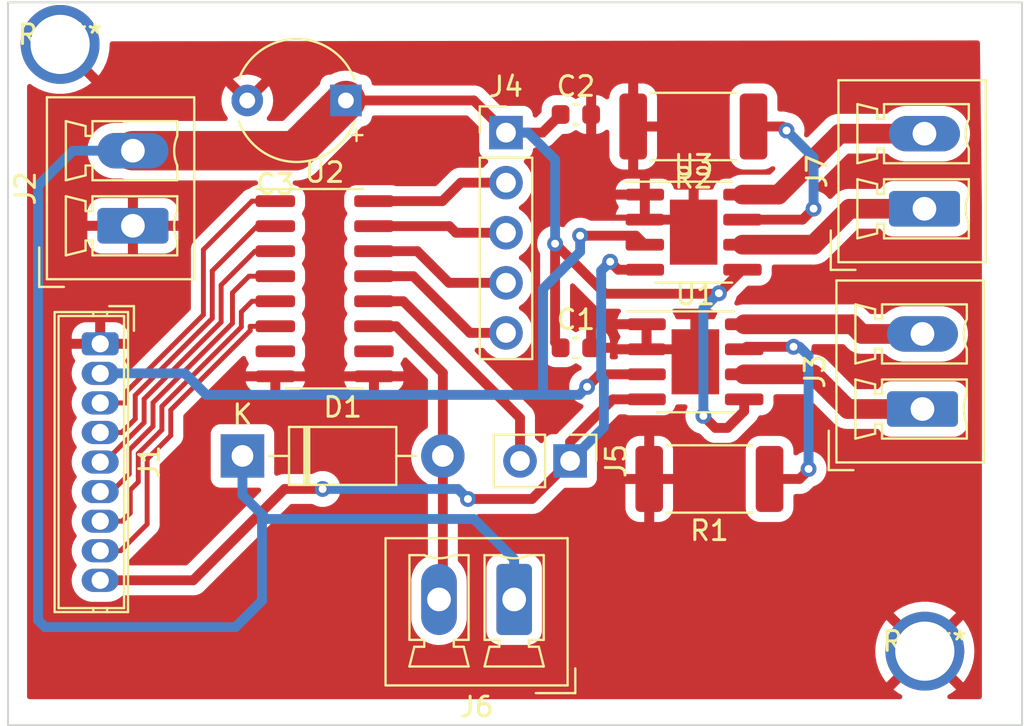
<source format=kicad_pcb>
(kicad_pcb (version 20211014) (generator pcbnew)
  (title_block (title "MINI_BOARD") (date "2022-11-27"))
  (layers (0 "F.Cu" signal) (31 "B.Cu" signal) (34 "B.Paste" user) (35 "F.Paste" user) (36 "B.SilkS" user "B.Silkscreen") (37 "F.SilkS" user "F.Silkscreen") (38 "B.Mask" user) (39 "F.Mask" user) (44 "Edge.Cuts" user))
  (net 0 "")
  (net 1 "Net-(R2-Pad1)")
  (net 2 "GND")
  (net 3 "Net-(R1-Pad1)")
  (net 4 "/P1")
  (net 5 "/P2")
  (net 6 "/P3")
  (net 7 "/P4")
  (net 8 "/P5")
  (net 9 "/P6")
  (net 12 "Net-(D1-Pad2)")
  (net 13 "Net-(J5-Pad2)")
  (net 14 "Net-(J4-Pad5)")
  (net 15 "Net-(J4-Pad4)")
  (net 16 "Net-(J4-Pad3)")
  (net 17 "Net-(J4-Pad2)")
  (net 18 "Net-(J1-Pad2)")
  (net 19 "VCC")
  (net 20 "VDD")
  (net 21 "Net-(J3-Pad1)")
  (net 22 "Net-(J3-Pad2)")
  (net 23 "Net-(J7-Pad1)")
  (net 24 "Net-(J7-Pad2)")
  (footprint "Resistor_SMD:R_2512_6332Metric_Pad1.40x3.35mm_HandSolder" (layer "F.Cu") (at 144.0688 96.012 180)
    (fp_text reference "R2" (at 0 -2.62) (layer "F.SilkS"))
    (fp_text value "0.25")
    (fp_line (start -2.177064 -1.71) (end 2.177064 -1.71) (layer "F.SilkS") (width 0.12))
    (fp_line (start -2.177064 1.71) (end 2.177064 1.71) (layer "F.SilkS") (width 0.12))
    (pad "1" smd roundrect (at -3.05 0 180) (size 1.4 3.35) (layers "F.Cu" "F.Paste" "F.Mask") (roundrect_rratio 0.178571) (net 1 "Net-(R2-Pad1)"))
    (pad "2" smd roundrect (at 3.05 0 180) (size 1.4 3.35) (layers "F.Cu" "F.Paste" "F.Mask") (roundrect_rratio 0.178571) (net 2 "GND"))
  )
  (footprint "Resistor_SMD:R_2512_6332Metric_Pad1.40x3.35mm_HandSolder" (layer "F.Cu") (at 144.8816 113.8936 180)
    (fp_text reference "R1" (at 0 -2.62) (layer "F.SilkS"))
    (fp_text value "0.25")
    (fp_line (start -2.177064 1.71) (end 2.177064 1.71) (layer "F.SilkS") (width 0.12))
    (fp_line (start -2.177064 -1.71) (end 2.177064 -1.71) (layer "F.SilkS") (width 0.12))
    (pad "1" smd roundrect (at -3.05 0 180) (size 1.4 3.35) (layers "F.Cu" "F.Paste" "F.Mask") (roundrect_rratio 0.178571) (net 3 "Net-(R1-Pad1)"))
    (pad "2" smd roundrect (at 3.05 0 180) (size 1.4 3.35) (layers "F.Cu" "F.Paste" "F.Mask") (roundrect_rratio 0.178571) (net 2 "GND"))
  )
  (footprint "Connector_Phoenix_MC:PhoenixContact_MCV_1,5_2-G-3.81_1x02_P3.81mm_Vertical" (layer "F.Cu") (at 155.7857 100.1855 90)
    (fp_text reference "J7" (at 1.9 -5.45 90) (layer "F.SilkS"))
    (fp_text value "Conn_01x02")
    (fp_line (start 2.31 -3.4) (end 5.31 -3.4) (layer "F.SilkS") (width 0.12))
    (fp_line (start -0.75 -2.4) (end -1.25 -2.4) (layer "F.SilkS") (width 0.12))
    (fp_line (start 6.52 3.11) (end 6.52 -4.36) (layer "F.SilkS") (width 0.12))
    (fp_line (start 4.56 -2.4) (end 4.56 -2.05) (layer "F.SilkS") (width 0.12))
    (fp_line (start 0.75 -2.4) (end 0.75 -2.05) (layer "F.SilkS") (width 0.12))
    (fp_line (start 2.56 -2.4) (end 2.31 -3.4) (layer "F.SilkS") (width 0.12))
    (fp_line (start 3.06 2.25) (end 2.31 2.25) (layer "F.SilkS") (width 0.12))
    (fp_line (start 1.5 -2.05) (end 1.5 2.25) (layer "F.SilkS") (width 0.12))
    (fp_line (start 5.31 -3.4) (end 5.06 -2.4) (layer "F.SilkS") (width 0.12))
    (fp_line (start -1.5 -2.05) (end -0.75 -2.05) (layer "F.SilkS") (width 0.12))
    (fp_line (start 2.31 -2.05) (end 3.06 -2.05) (layer "F.SilkS") (width 0.12))
    (fp_line (start 1.5 -3.4) (end 1.25 -2.4) (layer "F.SilkS") (width 0.12))
    (fp_line (start -2.71 -4.36) (end -2.71 3.11) (layer "F.SilkS") (width 0.12))
    (fp_line (start 0.75 -2.05) (end 1.5 -2.05) (layer "F.SilkS") (width 0.12))
    (fp_line (start -2.71 3.11) (end 6.52 3.11) (layer "F.SilkS") (width 0.12))
    (fp_line (start 5.31 2.25) (end 4.56 2.25) (layer "F.SilkS") (width 0.12))
    (fp_line (start -3.1 -3.5) (end -3.1 -4.75) (layer "F.SilkS") (width 0.12))
    (fp_line (start 3.06 -2.4) (end 2.56 -2.4) (layer "F.SilkS") (width 0.12))
    (fp_line (start -3.1 -4.75) (end -1.1 -4.75) (layer "F.SilkS") (width 0.12))
    (fp_line (start 6.52 -4.36) (end -2.71 -4.36) (layer "F.SilkS") (width 0.12))
    (fp_line (start 1.25 -2.4) (end 0.75 -2.4) (layer "F.SilkS") (width 0.12))
    (fp_line (start 3.06 -2.05) (end 3.06 -2.4) (layer "F.SilkS") (width 0.12))
    (fp_line (start 5.06 -2.4) (end 4.56 -2.4) (layer "F.SilkS") (width 0.12))
    (fp_line (start -1.5 2.25) (end -1.5 -2.05) (layer "F.SilkS") (width 0.12))
    (fp_line (start -0.75 2.25) (end -1.5 2.25) (layer "F.SilkS") (width 0.12))
    (fp_line (start 1.5 2.25) (end 0.75 2.25) (layer "F.SilkS") (width 0.12))
    (fp_line (start 5.31 -2.05) (end 5.31 2.25) (layer "F.SilkS") (width 0.12))
    (fp_line (start -1.25 -2.4) (end -1.5 -3.4) (layer "F.SilkS") (width 0.12))
    (fp_line (start -1.5 -3.4) (end 1.5 -3.4) (layer "F.SilkS") (width 0.12))
    (fp_line (start 2.31 2.25) (end 2.31 -2.05) (layer "F.SilkS") (width 0.12))
    (fp_line (start -0.75 -2.05) (end -0.75 -2.4) (layer "F.SilkS") (width 0.12))
    (fp_line (start 4.56 -2.05) (end 5.31 -2.05) (layer "F.SilkS") (width 0.12))
    (fp_arc (start 3.06 2.25) (mid 3.809807 2.09191) (end 4.559647 2.249844) (layer "F.SilkS") (width 0.12))
    (fp_arc (start -0.75 2.25) (mid -0.000193 2.09191) (end 0.749647 2.249844) (layer "F.SilkS") (width 0.12))
    (pad "1" thru_hole roundrect (at 0 0 90) (size 1.8 3.6) (drill 1.2) (layers *.Cu *.Mask) (roundrect_rratio 0.138889) (net 23 "Net-(J7-Pad1)"))
    (pad "2" thru_hole oval (at 3.81 0 90) (size 1.8 3.6) (drill 1.2) (layers *.Cu *.Mask) (net 24 "Net-(J7-Pad2)"))
  )
  (footprint "Capacitor_SMD:C_0603_1608Metric" (layer "F.Cu") (at 138.1122 107.2388)
    (fp_text reference "C1" (at 0 -1.43) (layer "F.SilkS"))
    (fp_text value "0.1uf")
    (fp_line (start -0.14058 0.51) (end 0.14058 0.51) (layer "F.SilkS") (width 0.12))
    (fp_line (start -0.14058 -0.51) (end 0.14058 -0.51) (layer "F.SilkS") (width 0.12))
    (pad "1" smd roundrect (at -0.775 0) (size 0.9 0.95) (layers "F.Cu" "F.Paste" "F.Mask") (net 20 "VDD"))
    (pad "2" smd roundrect (at 0.775 0) (size 0.9 0.95) (layers "F.Cu" "F.Paste" "F.Mask") (net 2 "GND"))
  )
  (footprint "Connector_Wuerth:Wuerth_WR-WTB_64800911622_1x09_P1.50mm_Vertical" (layer "F.Cu") (at 113.9952 107.0356 -90)
    (fp_text reference "J1" (at 6 -2.5 90) (layer "F.SilkS"))
    (fp_text value "Conn_01x09")
    (fp_line (start -1.41 2.11) (end 13.41 2.11) (layer "F.SilkS") (width 0.12))
    (fp_line (start 13.41 0.35) (end 13.61 0.35) (layer "F.SilkS") (width 0.12))
    (fp_line (start 13.61 2.31) (end 13.61 -1.41) (layer "F.SilkS") (width 0.12))
    (fp_line (start 13.41 -0.35) (end 13.41 0.35) (layer "F.SilkS") (width 0.12))
    (fp_line (start -1.41 -0.35) (end -1.41 0.35) (layer "F.SilkS") (width 0.12))
    (fp_line (start -0.66 -1.71) (end -1.91 -1.71) (layer "F.SilkS") (width 0.12))
    (fp_line (start 13.41 -0.35) (end 13.61 -0.35) (layer "F.SilkS") (width 0.12))
    (fp_line (start -1.91 -1.71) (end -1.91 -0.46) (layer "F.SilkS") (width 0.12))
    (fp_line (start 13.61 -1.41) (end -1.61 -1.41) (layer "F.SilkS") (width 0.12))
    (fp_line (start -1.61 -1.41) (end -1.61 2.31) (layer "F.SilkS") (width 0.12))
    (fp_line (start -1.41 -1.21) (end 13.41 -1.21) (layer "F.SilkS") (width 0.12))
    (fp_line (start 13.41 -1.21) (end 13.41 -0.35) (layer "F.SilkS") (width 0.12))
    (fp_line (start -1.61 2.31) (end 13.61 2.31) (layer "F.SilkS") (width 0.12))
    (fp_line (start -1.41 0.35) (end -1.41 2.11) (layer "F.SilkS") (width 0.12))
    (fp_line (start 13.41 2.11) (end 13.41 0.35) (layer "F.SilkS") (width 0.12))
    (fp_line (start -1.41 -0.35) (end -1.41 -1.21) (layer "F.SilkS") (width 0.12))
    (fp_line (start -1.61 -0.35) (end -1.41 -0.35) (layer "F.SilkS") (width 0.12))
    (fp_line (start -1.41 0.35) (end -1.61 0.35) (layer "F.SilkS") (width 0.12))
    (pad "1" thru_hole roundrect (at 0 0 270) (size 1.17 1.87) (drill 0.87) (layers *.Cu *.Mask) (roundrect_rratio 0.213675) (net 2 "GND"))
    (pad "2" thru_hole oval (at 1.5 0 270) (size 1.17 1.87) (drill 0.87) (layers *.Cu *.Mask) (net 18 "Net-(J1-Pad2)"))
    (pad "3" thru_hole oval (at 3 0 270) (size 1.17 1.87) (drill 0.87) (layers *.Cu *.Mask) (net 4 "/P1"))
    (pad "4" thru_hole oval (at 4.5 0 270) (size 1.17 1.87) (drill 0.87) (layers *.Cu *.Mask) (net 5 "/P2"))
    (pad "5" thru_hole oval (at 6 0 270) (size 1.17 1.87) (drill 0.87) (layers *.Cu *.Mask) (net 6 "/P3"))
    (pad "6" thru_hole oval (at 7.5 0 270) (size 1.17 1.87) (drill 0.87) (layers *.Cu *.Mask) (net 7 "/P4"))
    (pad "7" thru_hole oval (at 9 0 270) (size 1.17 1.87) (drill 0.87) (layers *.Cu *.Mask) (net 8 "/P5"))
    (pad "8" thru_hole oval (at 10.5 0 270) (size 1.17 1.87) (drill 0.87) (layers *.Cu *.Mask) (net 9 "/P6"))
    (pad "9" thru_hole oval (at 12 0 270) (size 1.17 1.87) (drill 0.87) (layers *.Cu *.Mask) (net 19 "VCC"))
  )
  (footprint "Library:Hole" (layer "F.Cu") (at 111.9632 91.8464)
    (fp_text reference "REF**" (at 0 -0.5 unlocked) (layer "F.SilkS"))
    (fp_text value "Hole")
    (pad "1" thru_hole circle (at 0 0) (size 4 4) (drill 3) (layers *.Cu *.Mask) (net 2 "GND"))
  )
  (footprint "Capacitor_SMD:C_0603_1608Metric" (layer "F.Cu") (at 138.1122 95.4024)
    (fp_text reference "C2" (at 0 -1.43) (layer "F.SilkS"))
    (fp_text value "0.1uf")
    (fp_line (start -0.14058 0.51) (end 0.14058 0.51) (layer "F.SilkS") (width 0.12))
    (fp_line (start -0.14058 -0.51) (end 0.14058 -0.51) (layer "F.SilkS") (width 0.12))
    (pad "1" smd roundrect (at -0.775 0) (size 0.9 0.95) (layers "F.Cu" "F.Paste" "F.Mask") (net 20 "VDD"))
    (pad "2" smd roundrect (at 0.775 0) (size 0.9 0.95) (layers "F.Cu" "F.Paste" "F.Mask") (net 2 "GND"))
  )
  (footprint "Connector_Phoenix_MC:PhoenixContact_MCV_1,5_2-G-3.81_1x02_P3.81mm_Vertical" (layer "F.Cu") (at 115.6537 101.0491 90)
    (fp_text reference "J2" (at 1.9 -5.45 90) (layer "F.SilkS"))
    (fp_text value "Conn_01x02")
    (fp_line (start 6.52 -4.36) (end -2.71 -4.36) (layer "F.SilkS") (width 0.12))
    (fp_line (start 2.31 2.25) (end 2.31 -2.05) (layer "F.SilkS") (width 0.12))
    (fp_line (start -1.5 -3.4) (end 1.5 -3.4) (layer "F.SilkS") (width 0.12))
    (fp_line (start -3.1 -3.5) (end -3.1 -4.75) (layer "F.SilkS") (width 0.12))
    (fp_line (start 3.06 -2.4) (end 2.56 -2.4) (layer "F.SilkS") (width 0.12))
    (fp_line (start 2.31 -2.05) (end 3.06 -2.05) (layer "F.SilkS") (width 0.12))
    (fp_line (start 6.52 3.11) (end 6.52 -4.36) (layer "F.SilkS") (width 0.12))
    (fp_line (start -3.1 -4.75) (end -1.1 -4.75) (layer "F.SilkS") (width 0.12))
    (fp_line (start 5.06 -2.4) (end 4.56 -2.4) (layer "F.SilkS") (width 0.12))
    (fp_line (start 1.25 -2.4) (end 0.75 -2.4) (layer "F.SilkS") (width 0.12))
    (fp_line (start 5.31 -2.05) (end 5.31 2.25) (layer "F.SilkS") (width 0.12))
    (fp_line (start 2.56 -2.4) (end 2.31 -3.4) (layer "F.SilkS") (width 0.12))
    (fp_line (start -0.75 -2.05) (end -0.75 -2.4) (layer "F.SilkS") (width 0.12))
    (fp_line (start -1.25 -2.4) (end -1.5 -3.4) (layer "F.SilkS") (width 0.12))
    (fp_line (start 2.31 -3.4) (end 5.31 -3.4) (layer "F.SilkS") (width 0.12))
    (fp_line (start -0.75 -2.4) (end -1.25 -2.4) (layer "F.SilkS") (width 0.12))
    (fp_line (start 1.5 2.25) (end 0.75 2.25) (layer "F.SilkS") (width 0.12))
    (fp_line (start 1.5 -3.4) (end 1.25 -2.4) (layer "F.SilkS") (width 0.12))
    (fp_line (start 3.06 2.25) (end 2.31 2.25) (layer "F.SilkS") (width 0.12))
    (fp_line (start 0.75 -2.4) (end 0.75 -2.05) (layer "F.SilkS") (width 0.12))
    (fp_line (start 3.06 -2.05) (end 3.06 -2.4) (layer "F.SilkS") (width 0.12))
    (fp_line (start 0.75 -2.05) (end 1.5 -2.05) (layer "F.SilkS") (width 0.12))
    (fp_line (start 4.56 -2.05) (end 5.31 -2.05) (layer "F.SilkS") (width 0.12))
    (fp_line (start 5.31 2.25) (end 4.56 2.25) (layer "F.SilkS") (width 0.12))
    (fp_line (start -2.71 3.11) (end 6.52 3.11) (layer "F.SilkS") (width 0.12))
    (fp_line (start 5.31 -3.4) (end 5.06 -2.4) (layer "F.SilkS") (width 0.12))
    (fp_line (start -2.71 -4.36) (end -2.71 3.11) (layer "F.SilkS") (width 0.12))
    (fp_line (start -1.5 -2.05) (end -0.75 -2.05) (layer "F.SilkS") (width 0.12))
    (fp_line (start -1.5 2.25) (end -1.5 -2.05) (layer "F.SilkS") (width 0.12))
    (fp_line (start 4.56 -2.4) (end 4.56 -2.05) (layer "F.SilkS") (width 0.12))
    (fp_line (start 1.5 -2.05) (end 1.5 2.25) (layer "F.SilkS") (width 0.12))
    (fp_line (start -0.75 2.25) (end -1.5 2.25) (layer "F.SilkS") (width 0.12))
    (fp_arc (start 3.06 2.25) (mid 3.809807 2.09191) (end 4.559647 2.249844) (layer "F.SilkS") (width 0.12))
    (fp_arc (start -0.75 2.25) (mid -0.000193 2.09191) (end 0.749647 2.249844) (layer "F.SilkS") (width 0.12))
    (pad "1" thru_hole roundrect (at 0 0 90) (size 1.8 3.6) (drill 1.2) (layers *.Cu *.Mask) (roundrect_rratio 0.138889) (net 2 "GND"))
    (pad "2" thru_hole oval (at 3.81 0 90) (size 1.8 3.6) (drill 1.2) (layers *.Cu *.Mask) (net 20 "VDD"))
  )
  (footprint "Package_SO:SOIC-8-1EP_3.9x4.9mm_P1.27mm_EP2.41x3.3mm" (layer "F.Cu") (at 144.1704 107.95)
    (fp_text reference "U1" (at 0 -3.4) (layer "F.SilkS"))
    (fp_text value "A4950E")
    (fp_line (start 0 -2.56) (end -3.45 -2.56) (layer "F.SilkS") (width 0.12))
    (fp_line (start 0 2.56) (end 1.95 2.56) (layer "F.SilkS") (width 0.12))
    (fp_line (start 0 -2.56) (end 1.95 -2.56) (layer "F.SilkS") (width 0.12))
    (fp_line (start 0 2.56) (end -1.95 2.56) (layer "F.SilkS") (width 0.12))
    (pad "1" smd roundrect (at -2.475 -1.905) (size 1.95 0.6) (layers "F.Cu" "F.Paste" "F.Mask") (net 2 "GND"))
    (pad "2" smd roundrect (at -2.475 -0.635) (size 1.95 0.6) (layers "F.Cu" "F.Paste" "F.Mask") (net 2 "GND"))
    (pad "3" smd roundrect (at -2.475 0.635) (size 1.95 0.6) (layers "F.Cu" "F.Paste" "F.Mask") (net 18 "Net-(J1-Pad2)"))
    (pad "4" smd roundrect (at -2.475 1.905) (size 1.95 0.6) (layers "F.Cu" "F.Paste" "F.Mask") (net 19 "VCC"))
    (pad "5" smd roundrect (at 2.475 1.905) (size 1.95 0.6) (layers "F.Cu" "F.Paste" "F.Mask") (net 20 "VDD"))
    (pad "6" smd roundrect (at 2.475 0.635) (size 1.95 0.6) (layers "F.Cu" "F.Paste" "F.Mask") (net 21 "Net-(J3-Pad1)"))
    (pad "7" smd roundrect (at 2.475 -0.635) (size 1.95 0.6) (layers "F.Cu" "F.Paste" "F.Mask") (net 3 "Net-(R1-Pad1)"))
    (pad "8" smd roundrect (at 2.475 -1.905) (size 1.95 0.6) (layers "F.Cu" "F.Paste" "F.Mask") (net 22 "Net-(J3-Pad2)"))
    (pad "9" smd rect (at 0 0) (size 2.41 3.3) (layers "F.Cu" "F.Mask") (net 2 "GND"))
  )
  (footprint "Capacitor_THT:CP_Radial_Tantal_D6.0mm_P5.00mm" (layer "F.Cu") (at 126.452 94.6912 180)
    (fp_text reference "C3" (at 2.5 -4.25) (layer "F.SilkS") (effects (justify right)))
    (fp_text value "100uf")
    (fp_line (start -0.539749 -2.055) (end -0.539749 -1.455) (layer "F.SilkS") (width 0.12))
    (fp_line (start -0.839749 -1.755) (end -0.239749 -1.755) (layer "F.SilkS") (width 0.12))
    (fp_arc (start 5.434416 1.06) (mid 2.5 3.12) (end -0.434416 1.06) (layer "F.SilkS") (width 0.12))
    (fp_arc (start -0.434416 -1.06) (mid 2.5 -3.12) (end 5.434416 -1.06) (layer "F.SilkS") (width 0.12))
    (pad "1" thru_hole rect (at 0 0 180) (size 1.6 1.6) (drill 0.8) (layers *.Cu *.Mask) (net 20 "VDD"))
    (pad "2" thru_hole circle (at 5 0 180) (size 1.6 1.6) (drill 0.8) (layers *.Cu *.Mask) (net 2 "GND"))
  )
  (footprint "Library:Hole" (layer "F.Cu") (at 155.8036 122.6312)
    (fp_text reference "REF**" (at 0 -0.5 unlocked) (layer "F.SilkS"))
    (fp_text value "Hole")
    (pad "1" thru_hole circle (at 0 0) (size 4 4) (drill 3) (layers *.Cu *.Mask) (net 2 "GND"))
  )
  (footprint "Connector_PinHeader_2.54mm:PinHeader_1x02_P2.54mm_Vertical" (layer "F.Cu") (at 137.8204 112.9792 -90)
    (fp_text reference "J5" (at 0 -2.33 90) (layer "F.SilkS"))
    (fp_text value "Conn_01x02")
    (fp_line (start -1.33 1.27) (end -1.33 3.87) (layer "F.SilkS") (width 0.12))
    (fp_line (start 1.33 1.27) (end 1.33 3.87) (layer "F.SilkS") (width 0.12))
    (fp_line (start -1.33 0) (end -1.33 -1.33) (layer "F.SilkS") (width 0.12))
    (fp_line (start -1.33 3.87) (end 1.33 3.87) (layer "F.SilkS") (width 0.12))
    (fp_line (start -1.33 1.27) (end 1.33 1.27) (layer "F.SilkS") (width 0.12))
    (fp_line (start -1.33 -1.33) (end 0 -1.33) (layer "F.SilkS") (width 0.12))
    (pad "1" thru_hole rect (at 0 0 270) (size 1.7 1.7) (drill 1) (layers *.Cu *.Mask) (net 19 "VCC"))
    (pad "2" thru_hole oval (at 0 2.54 270) (size 1.7 1.7) (drill 1) (layers *.Cu *.Mask) (net 13 "Net-(J5-Pad2)"))
  )
  (footprint "Package_SO:SOP-16_3.9x9.9mm_P1.27mm" (layer "F.Cu") (at 125.3744 104.2416)
    (fp_text reference "U2" (at 0 -5.9) (layer "F.SilkS"))
    (fp_text value "ULN2003")
    (fp_line (start 0 5.06) (end -1.95 5.06) (layer "F.SilkS") (width 0.12))
    (fp_line (start 0 -5.06) (end -3.5 -5.06) (layer "F.SilkS") (width 0.12))
    (fp_line (start 0 5.06) (end 1.95 5.06) (layer "F.SilkS") (width 0.12))
    (fp_line (start 0 -5.06) (end 1.95 -5.06) (layer "F.SilkS") (width 0.12))
    (pad "1" smd roundrect (at -2.5 -4.445) (size 2 0.6) (layers "F.Cu" "F.Paste" "F.Mask") (net 4 "/P1"))
    (pad "2" smd roundrect (at -2.5 -3.175) (size 2 0.6) (layers "F.Cu" "F.Paste" "F.Mask") (net 5 "/P2"))
    (pad "3" smd roundrect (at -2.5 -1.905) (size 2 0.6) (layers "F.Cu" "F.Paste" "F.Mask") (net 6 "/P3"))
    (pad "4" smd roundrect (at -2.5 -0.635) (size 2 0.6) (layers "F.Cu" "F.Paste" "F.Mask") (net 7 "/P4"))
    (pad "5" smd roundrect (at -2.5 0.635) (size 2 0.6) (layers "F.Cu" "F.Paste" "F.Mask") (net 8 "/P5"))
    (pad "6" smd roundrect (at -2.5 1.905) (size 2 0.6) (layers "F.Cu" "F.Paste" "F.Mask") (net 9 "/P6"))
    (pad "7" smd roundrect (at -2.5 3.175) (size 2 0.6) (layers "F.Cu" "F.Paste" "F.Mask"))
    (pad "8" smd roundrect (at -2.5 4.445) (size 2 0.6) (layers "F.Cu" "F.Paste" "F.Mask") (net 2 "GND"))
    (pad "9" smd roundrect (at 2.5 4.445) (size 2 0.6) (layers "F.Cu" "F.Paste" "F.Mask") (net 2 "GND"))
    (pad "10" smd roundrect (at 2.5 3.175) (size 2 0.6) (layers "F.Cu" "F.Paste" "F.Mask"))
    (pad "11" smd roundrect (at 2.5 1.905) (size 2 0.6) (layers "F.Cu" "F.Paste" "F.Mask") (net 12 "Net-(D1-Pad2)"))
    (pad "12" smd roundrect (at 2.5 0.635) (size 2 0.6) (layers "F.Cu" "F.Paste" "F.Mask") (net 13 "Net-(J5-Pad2)"))
    (pad "13" smd roundrect (at 2.5 -0.635) (size 2 0.6) (layers "F.Cu" "F.Paste" "F.Mask") (net 14 "Net-(J4-Pad5)"))
    (pad "14" smd roundrect (at 2.5 -1.905) (size 2 0.6) (layers "F.Cu" "F.Paste" "F.Mask") (net 15 "Net-(J4-Pad4)"))
    (pad "15" smd roundrect (at 2.5 -3.175) (size 2 0.6) (layers "F.Cu" "F.Paste" "F.Mask") (net 16 "Net-(J4-Pad3)"))
    (pad "16" smd roundrect (at 2.5 -4.445) (size 2 0.6) (layers "F.Cu" "F.Paste" "F.Mask") (net 17 "Net-(J4-Pad2)"))
  )
  (footprint "Diode_THT:D_DO-41_SOD81_P10.16mm_Horizontal" (layer "F.Cu") (at 121.2088 112.7252)
    (fp_text reference "D1" (at 5.08 -2.47) (layer "F.SilkS"))
    (fp_text value "1N4007")
    (fp_text user "K" (at 0 -2.1) (layer "F.SilkS"))
    (fp_line (start 2.36 -1.47) (end 2.36 1.47) (layer "F.SilkS") (width 0.12))
    (fp_line (start 8.82 0) (end 7.8 0) (layer "F.SilkS") (width 0.12))
    (fp_line (start 7.8 -1.47) (end 2.36 -1.47) (layer "F.SilkS") (width 0.12))
    (fp_line (start 1.34 0) (end 2.36 0) (layer "F.SilkS") (width 0.12))
    (fp_line (start 3.38 -1.47) (end 3.38 1.47) (layer "F.SilkS") (width 0.12))
    (fp_line (start 3.26 -1.47) (end 3.26 1.47) (layer "F.SilkS") (width 0.12))
    (fp_line (start 7.8 1.47) (end 7.8 -1.47) (layer "F.SilkS") (width 0.12))
    (fp_line (start 3.14 -1.47) (end 3.14 1.47) (layer "F.SilkS") (width 0.12))
    (fp_line (start 2.36 1.47) (end 7.8 1.47) (layer "F.SilkS") (width 0.12))
    (pad "1" thru_hole rect (at 0 0) (size 2.2 2.2) (drill 1.1) (layers *.Cu *.Mask) (net 20 "VDD"))
    (pad "2" thru_hole oval (at 10.16 0) (size 2.2 2.2) (drill 1.1) (layers *.Cu *.Mask) (net 12 "Net-(D1-Pad2)"))
  )
  (footprint "Package_SO:SOIC-8-1EP_3.9x4.9mm_P1.27mm_EP2.41x3.3mm" (layer "F.Cu") (at 144.083 101.3714)
    (fp_text reference "U3" (at 0 -3.4) (layer "F.SilkS"))
    (fp_text value "A4950E")
    (fp_line (start 0 -2.56) (end -3.45 -2.56) (layer "F.SilkS") (width 0.12))
    (fp_line (start 0 2.56) (end 1.95 2.56) (layer "F.SilkS") (width 0.12))
    (fp_line (start 0 -2.56) (end 1.95 -2.56) (layer "F.SilkS") (width 0.12))
    (fp_line (start 0 2.56) (end -1.95 2.56) (layer "F.SilkS") (width 0.12))
    (pad "1" smd roundrect (at -2.475 -1.905) (size 1.95 0.6) (layers "F.Cu" "F.Paste" "F.Mask") (net 2 "GND"))
    (pad "2" smd roundrect (at -2.475 -0.635) (size 1.95 0.6) (layers "F.Cu" "F.Paste" "F.Mask") (net 2 "GND"))
    (pad "3" smd roundrect (at -2.475 0.635) (size 1.95 0.6) (layers "F.Cu" "F.Paste" "F.Mask") (net 18 "Net-(J1-Pad2)"))
    (pad "4" smd roundrect (at -2.475 1.905) (size 1.95 0.6) (layers "F.Cu" "F.Paste" "F.Mask") (net 19 "VCC"))
    (pad "5" smd roundrect (at 2.475 1.905) (size 1.95 0.6) (layers "F.Cu" "F.Paste" "F.Mask") (net 20 "VDD"))
    (pad "6" smd roundrect (at 2.475 0.635) (size 1.95 0.6) (layers "F.Cu" "F.Paste" "F.Mask") (net 23 "Net-(J7-Pad1)"))
    (pad "7" smd roundrect (at 2.475 -0.635) (size 1.95 0.6) (layers "F.Cu" "F.Paste" "F.Mask") (net 1 "Net-(R2-Pad1)"))
    (pad "8" smd roundrect (at 2.475 -1.905) (size 1.95 0.6) (layers "F.Cu" "F.Paste" "F.Mask") (net 24 "Net-(J7-Pad2)"))
    (pad "9" smd rect (at 0 0) (size 2.41 3.3) (layers "F.Cu" "F.Mask") (net 2 "GND"))
  )
  (footprint "Connector_Phoenix_MC:PhoenixContact_MCV_1,5_2-G-3.81_1x02_P3.81mm_Vertical" (layer "F.Cu") (at 155.6841 110.3455 90)
    (fp_text reference "J3" (at 1.9 -5.45 90) (layer "F.SilkS"))
    (fp_text value "Conn_01x02")
    (fp_line (start 5.31 -3.4) (end 5.06 -2.4) (layer "F.SilkS") (width 0.12))
    (fp_line (start -3.1 -4.75) (end -1.1 -4.75) (layer "F.SilkS") (width 0.12))
    (fp_line (start -0.75 2.25) (end -1.5 2.25) (layer "F.SilkS") (width 0.12))
    (fp_line (start 5.31 -2.05) (end 5.31 2.25) (layer "F.SilkS") (width 0.12))
    (fp_line (start -1.5 -3.4) (end 1.5 -3.4) (layer "F.SilkS") (width 0.12))
    (fp_line (start -0.75 -2.4) (end -1.25 -2.4) (layer "F.SilkS") (width 0.12))
    (fp_line (start 3.06 -2.4) (end 2.56 -2.4) (layer "F.SilkS") (width 0.12))
    (fp_line (start 1.5 -2.05) (end 1.5 2.25) (layer "F.SilkS") (width 0.12))
    (fp_line (start -1.5 2.25) (end -1.5 -2.05) (layer "F.SilkS") (width 0.12))
    (fp_line (start 3.06 2.25) (end 2.31 2.25) (layer "F.SilkS") (width 0.12))
    (fp_line (start -0.75 -2.05) (end -0.75 -2.4) (layer "F.SilkS") (width 0.12))
    (fp_line (start 1.25 -2.4) (end 0.75 -2.4) (layer "F.SilkS") (width 0.12))
    (fp_line (start 6.52 3.11) (end 6.52 -4.36) (layer "F.SilkS") (width 0.12))
    (fp_line (start 2.31 2.25) (end 2.31 -2.05) (layer "F.SilkS") (width 0.12))
    (fp_line (start 2.56 -2.4) (end 2.31 -3.4) (layer "F.SilkS") (width 0.12))
    (fp_line (start -2.71 3.11) (end 6.52 3.11) (layer "F.SilkS") (width 0.12))
    (fp_line (start 2.31 -3.4) (end 5.31 -3.4) (layer "F.SilkS") (width 0.12))
    (fp_line (start 5.06 -2.4) (end 4.56 -2.4) (layer "F.SilkS") (width 0.12))
    (fp_line (start 4.56 -2.4) (end 4.56 -2.05) (layer "F.SilkS") (width 0.12))
    (fp_line (start -1.5 -2.05) (end -0.75 -2.05) (layer "F.SilkS") (width 0.12))
    (fp_line (start 0.75 -2.05) (end 1.5 -2.05) (layer "F.SilkS") (width 0.12))
    (fp_line (start -1.25 -2.4) (end -1.5 -3.4) (layer "F.SilkS") (width 0.12))
    (fp_line (start 1.5 2.25) (end 0.75 2.25) (layer "F.SilkS") (width 0.12))
    (fp_line (start -3.1 -3.5) (end -3.1 -4.75) (layer "F.SilkS") (width 0.12))
    (fp_line (start 0.75 -2.4) (end 0.75 -2.05) (layer "F.SilkS") (width 0.12))
    (fp_line (start 1.5 -3.4) (end 1.25 -2.4) (layer "F.SilkS") (width 0.12))
    (fp_line (start 3.06 -2.05) (end 3.06 -2.4) (layer "F.SilkS") (width 0.12))
    (fp_line (start 6.52 -4.36) (end -2.71 -4.36) (layer "F.SilkS") (width 0.12))
    (fp_line (start 5.31 2.25) (end 4.56 2.25) (layer "F.SilkS") (width 0.12))
    (fp_line (start 4.56 -2.05) (end 5.31 -2.05) (layer "F.SilkS") (width 0.12))
    (fp_line (start 2.31 -2.05) (end 3.06 -2.05) (layer "F.SilkS") (width 0.12))
    (fp_line (start -2.71 -4.36) (end -2.71 3.11) (layer "F.SilkS") (width 0.12))
    (fp_arc (start -0.75 2.25) (mid -0.000193 2.09191) (end 0.749647 2.249844) (layer "F.SilkS") (width 0.12))
    (fp_arc (start 3.06 2.25) (mid 3.809807 2.09191) (end 4.559647 2.249844) (layer "F.SilkS") (width 0.12))
    (pad "1" thru_hole roundrect (at 0 0 90) (size 1.8 3.6) (drill 1.2) (layers *.Cu *.Mask) (roundrect_rratio 0.138889) (net 21 "Net-(J3-Pad1)"))
    (pad "2" thru_hole oval (at 3.81 0 90) (size 1.8 3.6) (drill 1.2) (layers *.Cu *.Mask) (net 22 "Net-(J3-Pad2)"))
  )
  (footprint "Connector_Phoenix_MC:PhoenixContact_MCV_1,5_2-G-3.81_1x02_P3.81mm_Vertical" (layer "F.Cu") (at 134.9835 120.0075 180)
    (fp_text reference "J6" (at 1.9 -5.45) (layer "F.SilkS"))
    (fp_text value "Conn_01x02")
    (fp_line (start -0.75 2.25) (end -1.5 2.25) (layer "F.SilkS") (width 0.12))
    (fp_line (start 5.31 -2.05) (end 5.31 2.25) (layer "F.SilkS") (width 0.12))
    (fp_line (start -1.25 -2.4) (end -1.5 -3.4) (layer "F.SilkS") (width 0.12))
    (fp_line (start 1.5 -3.4) (end 1.25 -2.4) (layer "F.SilkS") (width 0.12))
    (fp_line (start 1.5 -2.05) (end 1.5 2.25) (layer "F.SilkS") (width 0.12))
    (fp_line (start 2.31 2.25) (end 2.31 -2.05) (layer "F.SilkS") (width 0.12))
    (fp_line (start -3.1 -4.75) (end -1.1 -4.75) (layer "F.SilkS") (width 0.12))
    (fp_line (start 4.56 -2.4) (end 4.56 -2.05) (layer "F.SilkS") (width 0.12))
    (fp_line (start 3.06 -2.4) (end 2.56 -2.4) (layer "F.SilkS") (width 0.12))
    (fp_line (start 0.75 -2.05) (end 1.5 -2.05) (layer "F.SilkS") (width 0.12))
    (fp_line (start 2.31 -3.4) (end 5.31 -3.4) (layer "F.SilkS") (width 0.12))
    (fp_line (start -2.71 3.11) (end 6.52 3.11) (layer "F.SilkS") (width 0.12))
    (fp_line (start 5.06 -2.4) (end 4.56 -2.4) (layer "F.SilkS") (width 0.12))
    (fp_line (start 6.52 -4.36) (end -2.71 -4.36) (layer "F.SilkS") (width 0.12))
    (fp_line (start 1.25 -2.4) (end 0.75 -2.4) (layer "F.SilkS") (width 0.12))
    (fp_line (start 1.5 2.25) (end 0.75 2.25) (layer "F.SilkS") (width 0.12))
    (fp_line (start 3.06 -2.05) (end 3.06 -2.4) (layer "F.SilkS") (width 0.12))
    (fp_line (start -3.1 -3.5) (end -3.1 -4.75) (layer "F.SilkS") (width 0.12))
    (fp_line (start -1.5 -3.4) (end 1.5 -3.4) (layer "F.SilkS") (width 0.12))
    (fp_line (start 6.52 3.11) (end 6.52 -4.36) (layer "F.SilkS") (width 0.12))
    (fp_line (start 0.75 -2.4) (end 0.75 -2.05) (layer "F.SilkS") (width 0.12))
    (fp_line (start -0.75 -2.05) (end -0.75 -2.4) (layer "F.SilkS") (width 0.12))
    (fp_line (start -2.71 -4.36) (end -2.71 3.11) (layer "F.SilkS") (width 0.12))
    (fp_line (start -0.75 -2.4) (end -1.25 -2.4) (layer "F.SilkS") (width 0.12))
    (fp_line (start 3.06 2.25) (end 2.31 2.25) (layer "F.SilkS") (width 0.12))
    (fp_line (start 5.31 -3.4) (end 5.06 -2.4) (layer "F.SilkS") (width 0.12))
    (fp_line (start 2.56 -2.4) (end 2.31 -3.4) (layer "F.SilkS") (width 0.12))
    (fp_line (start 2.31 -2.05) (end 3.06 -2.05) (layer "F.SilkS") (width 0.12))
    (fp_line (start 4.56 -2.05) (end 5.31 -2.05) (layer "F.SilkS") (width 0.12))
    (fp_line (start -1.5 2.25) (end -1.5 -2.05) (layer "F.SilkS") (width 0.12))
    (fp_line (start -1.5 -2.05) (end -0.75 -2.05) (layer "F.SilkS") (width 0.12))
    (fp_line (start 5.31 2.25) (end 4.56 2.25) (layer "F.SilkS") (width 0.12))
    (fp_arc (start 3.06 2.25) (mid 3.809807 2.09191) (end 4.559647 2.249844) (layer "F.SilkS") (width 0.12))
    (fp_arc (start -0.75 2.25) (mid -0.000193 2.09191) (end 0.749647 2.249844) (layer "F.SilkS") (width 0.12))
    (pad "1" thru_hole roundrect (at 0 0 180) (size 1.8 3.6) (drill 1.2) (layers *.Cu *.Mask) (roundrect_rratio 0.138889) (net 20 "VDD"))
    (pad "2" thru_hole oval (at 3.81 0 180) (size 1.8 3.6) (drill 1.2) (layers *.Cu *.Mask) (net 12 "Net-(D1-Pad2)"))
  )
  (footprint "Connector_PinHeader_2.54mm:PinHeader_1x05_P2.54mm_Vertical" (layer "F.Cu") (at 134.5692 96.3218)
    (fp_text reference "J4" (at 0 -2.33) (layer "F.SilkS"))
    (fp_text value "Conn_01x05")
    (fp_line (start 1.33 1.27) (end 1.33 11.49) (layer "F.SilkS") (width 0.12))
    (fp_line (start -1.33 0) (end -1.33 -1.33) (layer "F.SilkS") (width 0.12))
    (fp_line (start -1.33 1.27) (end -1.33 11.49) (layer "F.SilkS") (width 0.12))
    (fp_line (start -1.33 -1.33) (end 0 -1.33) (layer "F.SilkS") (width 0.12))
    (fp_line (start -1.33 11.49) (end 1.33 11.49) (layer "F.SilkS") (width 0.12))
    (fp_line (start -1.33 1.27) (end 1.33 1.27) (layer "F.SilkS") (width 0.12))
    (pad "1" thru_hole rect (at 0 0) (size 1.7 1.7) (drill 1) (layers *.Cu *.Mask) (net 20 "VDD"))
    (pad "2" thru_hole oval (at 0 2.54) (size 1.7 1.7) (drill 1) (layers *.Cu *.Mask) (net 17 "Net-(J4-Pad2)"))
    (pad "3" thru_hole oval (at 0 5.08) (size 1.7 1.7) (drill 1) (layers *.Cu *.Mask) (net 16 "Net-(J4-Pad3)"))
    (pad "4" thru_hole oval (at 0 7.62) (size 1.7 1.7) (drill 1) (layers *.Cu *.Mask) (net 15 "Net-(J4-Pad4)"))
    (pad "5" thru_hole oval (at 0 10.16) (size 1.7 1.7) (drill 1) (layers *.Cu *.Mask) (net 14 "Net-(J4-Pad5)"))
  )
  (gr_rect (start 160.7312 126.3904) (end 109.3216 89.7128) (layer "Edge.Cuts") (width 0.1) (fill none))
  (segment (start 148.7932 96.2152) (end 148.844 96.266) (width 0.5) (layer "F.Cu") (net 1))
  (segment (start 148.59 96.012) (end 148.7932 96.2152) (width 0.5) (layer "F.Cu") (net 1))
  (segment (start 149.606 100.7364) (end 146.558 100.7364) (width 0.5) (layer "F.Cu") (net 1))
  (segment (start 150.1648 100.1776) (end 149.606 100.7364) (width 0.5) (layer "F.Cu") (net 1))
  (segment (start 147.1188 96.012) (end 148.59 96.012) (width 0.5) (layer "F.Cu") (net 1))
  (via (at 148.7932 96.2152) (size 0.8) (drill 0.4) (layers "F.Cu" "B.Cu") (net 1))
  (via (at 150.1648 100.1776) (size 0.8) (drill 0.4) (layers "F.Cu" "B.Cu") (net 1))
  (segment (start 150.1648 97.5868) (end 150.1648 100.1776) (width 0.5) (layer "B.Cu") (net 1))
  (segment (start 148.7932 96.2152) (end 150.1648 97.5868) (width 0.5) (layer "B.Cu") (net 1))
  (segment (start 143.5354 107.315) (end 144.1704 107.95) (width 0.5) (layer "F.Cu") (net 2))
  (segment (start 141.6954 107.315) (end 143.5354 107.315) (width 0.5) (layer "F.Cu") (net 2))
  (segment (start 141.608 100.7364) (end 143.448 100.7364) (width 0.5) (layer "F.Cu") (net 2))
  (segment (start 143.448 100.7364) (end 144.083 101.3714) (width 0.5) (layer "F.Cu") (net 2))
  (segment (start 149.9108 113.4364) (end 149.9108 113.3856) (width 0.5) (layer "F.Cu") (net 3))
  (segment (start 149.4536 113.8936) (end 149.7076 113.6396) (width 0.5) (layer "F.Cu") (net 3))
  (segment (start 147.9316 113.8936) (end 149.4536 113.8936) (width 0.5) (layer "F.Cu") (net 3))
  (segment (start 149.1488 107.188) (end 146.7724 107.188) (width 0.5) (layer "F.Cu") (net 3))
  (segment (start 149.7076 113.6396) (end 149.9108 113.4364) (width 0.5) (layer "F.Cu") (net 3))
  (segment (start 146.7724 107.188) (end 146.6454 107.315) (width 0.5) (layer "F.Cu") (net 3))
  (via (at 149.1488 107.188) (size 0.8) (drill 0.4) (layers "F.Cu" "B.Cu") (net 3))
  (via (at 149.9108 113.3856) (size 0.8) (drill 0.4) (layers "F.Cu" "B.Cu") (net 3))
  (segment (start 149.6568 107.3912) (end 149.4536 107.188) (width 0.5) (layer "B.Cu") (net 3))
  (segment (start 149.4536 107.188) (end 149.1488 107.188) (width 0.5) (layer "B.Cu") (net 3))
  (segment (start 149.9108 107.6452) (end 149.6568 107.3912) (width 0.5) (layer "B.Cu") (net 3))
  (segment (start 149.9108 113.3856) (end 149.9108 107.6452) (width 0.5) (layer "B.Cu") (net 3))
  (segment (start 115.3232 109.464008) (end 115.3232 110.0256) (width 0.25) (layer "F.Cu") (net 4))
  (segment (start 122.8744 99.7966) (end 121.6914 99.7966) (width 0.25) (layer "F.Cu") (net 4))
  (segment (start 115.3132 110.0356) (end 113.9952 110.0356) (width 0.25) (layer "F.Cu") (net 4))
  (segment (start 121.6914 99.7966) (end 119.2276 102.2604) (width 0.25) (layer "F.Cu") (net 4))
  (segment (start 115.3232 110.0256) (end 115.3132 110.0356) (width 0.25) (layer "F.Cu") (net 4))
  (segment (start 119.2276 102.2604) (end 119.2276 105.559608) (width 0.25) (layer "F.Cu") (net 4))
  (segment (start 119.2276 105.559608) (end 115.3232 109.464008) (width 0.25) (layer "F.Cu") (net 4))
  (segment (start 115.7732 110.8456) (end 115.0832 111.5356) (width 0.25) (layer "F.Cu") (net 5))
  (segment (start 119.6776 105.746004) (end 115.7732 109.650404) (width 0.25) (layer "F.Cu") (net 5))
  (segment (start 122.8744 101.0666) (end 121.9454 101.0666) (width 0.25) (layer "F.Cu") (net 5))
  (segment (start 121.9454 101.0666) (end 119.6776 103.3344) (width 0.25) (layer "F.Cu") (net 5))
  (segment (start 119.6776 103.3344) (end 119.6776 105.746004) (width 0.25) (layer "F.Cu") (net 5))
  (segment (start 115.7732 109.650404) (end 115.7732 110.8456) (width 0.25) (layer "F.Cu") (net 5))
  (segment (start 115.0832 111.5356) (end 113.9952 111.5356) (width 0.25) (layer "F.Cu") (net 5))
  (segment (start 114.219596 113.0356) (end 113.9952 113.0356) (width 0.25) (layer "F.Cu") (net 6))
  (segment (start 120.1276 105.9324) (end 116.2232 109.8368) (width 0.25) (layer "F.Cu") (net 6))
  (segment (start 122.8744 102.3366) (end 121.8438 102.3366) (width 0.25) (layer "F.Cu") (net 6))
  (segment (start 121.8438 102.3366) (end 120.1276 104.0528) (width 0.25) (layer "F.Cu") (net 6))
  (segment (start 116.2232 111.031996) (end 114.219596 113.0356) (width 0.25) (layer "F.Cu") (net 6))
  (segment (start 120.1276 104.0528) (end 120.1276 105.9324) (width 0.25) (layer "F.Cu") (net 6))
  (segment (start 116.2232 109.8368) (end 116.2232 111.031996) (width 0.25) (layer "F.Cu") (net 6))
  (segment (start 120.7008 105.995596) (end 116.6732 110.023196) (width 0.25) (layer "F.Cu") (net 7))
  (segment (start 122.8744 103.6066) (end 121.539 103.6066) (width 0.25) (layer "F.Cu") (net 7))
  (segment (start 114.5724 114.5356) (end 113.9952 114.5356) (width 0.25) (layer "F.Cu") (net 7))
  (segment (start 120.7008 104.4448) (end 120.7008 105.995596) (width 0.25) (layer "F.Cu") (net 7))
  (segment (start 116.6732 111.218392) (end 115.4684 112.423192) (width 0.25) (layer "F.Cu") (net 7))
  (segment (start 115.4684 113.6396) (end 114.5724 114.5356) (width 0.25) (layer "F.Cu") (net 7))
  (segment (start 116.6732 110.023196) (end 116.6732 111.218392) (width 0.25) (layer "F.Cu") (net 7))
  (segment (start 121.539 103.6066) (end 120.7008 104.4448) (width 0.25) (layer "F.Cu") (net 7))
  (segment (start 115.4684 112.423192) (end 115.4684 113.6396) (width 0.25) (layer "F.Cu") (net 7))
  (segment (start 121.1508 106.181992) (end 117.1232 110.209592) (width 0.25) (layer "F.Cu") (net 8))
  (segment (start 122.8744 104.8766) (end 121.6914 104.8766) (width 0.25) (layer "F.Cu") (net 8))
  (segment (start 115.9256 112.602388) (end 115.9256 114.046) (width 0.25) (layer "F.Cu") (net 8))
  (segment (start 115.1044 116.0356) (end 113.9952 116.0356) (width 0.25) (layer "F.Cu") (net 8))
  (segment (start 117.1232 111.404788) (end 115.9256 112.602388) (width 0.25) (layer "F.Cu") (net 8))
  (segment (start 117.1232 110.209592) (end 117.1232 111.404788) (width 0.25) (layer "F.Cu") (net 8))
  (segment (start 115.9256 114.046) (end 115.5192 114.4524) (width 0.25) (layer "F.Cu") (net 8))
  (segment (start 121.1508 105.4172) (end 121.1508 106.181992) (width 0.25) (layer "F.Cu") (net 8))
  (segment (start 115.5192 114.4524) (end 115.5192 115.6208) (width 0.25) (layer "F.Cu") (net 8))
  (segment (start 115.5192 115.6208) (end 115.1044 116.0356) (width 0.25) (layer "F.Cu") (net 8))
  (segment (start 121.6914 104.8766) (end 121.1508 105.4172) (width 0.25) (layer "F.Cu") (net 8))
  (segment (start 116.3756 112.8848) (end 116.3756 116.1868) (width 0.25) (layer "F.Cu") (net 9))
  (segment (start 121.6008 106.368388) (end 117.5732 110.395988) (width 0.25) (layer "F.Cu") (net 9))
  (segment (start 115.0268 117.5356) (end 113.9952 117.5356) (width 0.25) (layer "F.Cu") (net 9))
  (segment (start 121.6008 106.1466) (end 121.6008 106.368388) (width 0.25) (layer "F.Cu") (net 9))
  (segment (start 122.8744 106.1466) (end 121.6008 106.1466) (width 0.25) (layer "F.Cu") (net 9))
  (segment (start 117.5732 111.6872) (end 116.3756 112.8848) (width 0.25) (layer "F.Cu") (net 9))
  (segment (start 116.3756 116.1868) (end 115.0268 117.5356) (width 0.25) (layer "F.Cu") (net 9))
  (segment (start 117.5732 110.395988) (end 117.5732 111.6872) (width 0.25) (layer "F.Cu") (net 9))
  (segment (start 131.3688 108.5088) (end 131.3688 112.7252) (width 0.5) (layer "F.Cu") (net 12))
  (segment (start 127.8744 106.1466) (end 129.0066 106.1466) (width 0.5) (layer "F.Cu") (net 12))
  (segment (start 129.0066 106.1466) (end 131.3688 108.5088) (width 0.5) (layer "F.Cu") (net 12))
  (segment (start 131.3688 119.8122) (end 131.1735 120.0075) (width 0.5) (layer "F.Cu") (net 12))
  (segment (start 131.3688 112.7252) (end 131.3688 119.8122) (width 0.5) (layer "F.Cu") (net 12))
  (segment (start 127.8744 104.8766) (end 129.3622 104.8766) (width 0.5) (layer "F.Cu") (net 13))
  (segment (start 135.2804 110.7948) (end 135.2804 112.9792) (width 0.5) (layer "F.Cu") (net 13))
  (segment (start 129.3622 104.8766) (end 135.2804 110.7948) (width 0.5) (layer "F.Cu") (net 13))
  (segment (start 129.8702 103.6066) (end 127.8744 103.6066) (width 0.5) (layer "F.Cu") (net 14))
  (segment (start 132.7454 106.4818) (end 129.8702 103.6066) (width 0.5) (layer "F.Cu") (net 14))
  (segment (start 134.5692 106.4818) (end 132.7454 106.4818) (width 0.5) (layer "F.Cu") (net 14))
  (segment (start 130.0734 102.3366) (end 127.8744 102.3366) (width 0.5) (layer "F.Cu") (net 15))
  (segment (start 134.5692 103.9418) (end 131.6786 103.9418) (width 0.5) (layer "F.Cu") (net 15))
  (segment (start 131.6786 103.9418) (end 130.0734 102.3366) (width 0.5) (layer "F.Cu") (net 15))
  (segment (start 132.0342 101.4018) (end 131.699 101.0666) (width 0.5) (layer "F.Cu") (net 16))
  (segment (start 134.5692 101.4018) (end 132.0342 101.4018) (width 0.5) (layer "F.Cu") (net 16))
  (segment (start 131.699 101.0666) (end 127.8744 101.0666) (width 0.5) (layer "F.Cu") (net 16))
  (segment (start 131.3434 99.7966) (end 127.8744 99.7966) (width 0.5) (layer "F.Cu") (net 17))
  (segment (start 132.2782 98.8618) (end 131.3434 99.7966) (width 0.5) (layer "F.Cu") (net 17))
  (segment (start 134.5692 98.8618) (end 132.2782 98.8618) (width 0.5) (layer "F.Cu") (net 17))
  (segment (start 139.319 108.585) (end 141.6954 108.585) (width 0.5) (layer "F.Cu") (net 18))
  (segment (start 138.3284 101.5492) (end 141.1508 101.5492) (width 0.5) (layer "F.Cu") (net 18))
  (segment (start 138.684 109.22) (end 139.319 108.585) (width 0.5) (layer "F.Cu") (net 18))
  (segment (start 141.1508 101.5492) (end 141.608 102.0064) (width 0.5) (layer "F.Cu") (net 18))
  (via (at 138.684 109.22) (size 0.8) (drill 0.4) (layers "F.Cu" "B.Cu") (net 18))
  (via (at 138.3284 101.5492) (size 0.8) (drill 0.4) (layers "F.Cu" "B.Cu") (net 18))
  (segment (start 138.2776 109.6264) (end 138.684 109.22) (width 0.5) (layer "B.Cu") (net 18))
  (segment (start 118.2892 108.5356) (end 119.38 109.6264) (width 0.5) (layer "B.Cu") (net 18))
  (segment (start 119.38 109.6264) (end 136.4488 109.6264) (width 0.5) (layer "B.Cu") (net 18))
  (segment (start 138.3284 101.5492) (end 138.3284 102.362) (width 0.5) (layer "B.Cu") (net 18))
  (segment (start 136.4488 109.6264) (end 138.2776 109.6264) (width 0.5) (layer "B.Cu") (net 18))
  (segment (start 136.4488 104.2416) (end 136.4488 109.6264) (width 0.5) (layer "B.Cu") (net 18))
  (segment (start 113.9952 108.5356) (end 118.2892 108.5356) (width 0.5) (layer "B.Cu") (net 18))
  (segment (start 138.3284 102.362) (end 136.4488 104.2416) (width 0.5) (layer "B.Cu") (net 18))
  (segment (start 139.8524 102.87) (end 140.2588 103.2764) (width 0.5) (layer "F.Cu") (net 19))
  (segment (start 125.2728 114.4016) (end 123.3424 114.4016) (width 0.5) (layer "F.Cu") (net 19))
  (segment (start 118.7084 119.0356) (end 113.9952 119.0356) (width 0.5) (layer "F.Cu") (net 19))
  (segment (start 137.8204 112.9792) (end 135.89 114.9096) (width 0.5) (layer "F.Cu") (net 19))
  (segment (start 123.3424 114.4016) (end 118.7084 119.0356) (width 0.5) (layer "F.Cu") (net 19))
  (segment (start 141.6954 109.855) (end 139.9794 109.855) (width 0.5) (layer "F.Cu") (net 19))
  (segment (start 137.8204 112.014) (end 137.8204 112.9792) (width 0.5) (layer "F.Cu") (net 19))
  (segment (start 140.2588 103.2764) (end 141.608 103.2764) (width 0.5) (layer "F.Cu") (net 19))
  (segment (start 135.89 114.9096) (end 132.6388 114.9096) (width 0.5) (layer "F.Cu") (net 19))
  (segment (start 139.9794 109.855) (end 137.8204 112.014) (width 0.5) (layer "F.Cu") (net 19))
  (via (at 132.6388 114.9096) (size 0.8) (drill 0.4) (layers "F.Cu" "B.Cu") (net 19))
  (via (at 139.8524 102.87) (size 0.8) (drill 0.4) (layers "F.Cu" "B.Cu") (net 19))
  (via (at 125.2728 114.4016) (size 0.8) (drill 0.4) (layers "F.Cu" "B.Cu") (net 19))
  (segment (start 139.534 111.2656) (end 137.8204 112.9792) (width 0.5) (layer "B.Cu") (net 19))
  (segment (start 139.8524 102.87) (end 139.3952 103.3272) (width 0.5) (layer "B.Cu") (net 19))
  (segment (start 139.3952 108.729118) (end 139.534 108.867918) (width 0.5) (layer "B.Cu") (net 19))
  (segment (start 125.2728 114.4016) (end 132.1308 114.4016) (width 0.5) (layer "B.Cu") (net 19))
  (segment (start 139.534 108.867918) (end 139.534 111.2656) (width 0.5) (layer "B.Cu") (net 19))
  (segment (start 132.1308 114.4016) (end 132.6388 114.9096) (width 0.5) (layer "B.Cu") (net 19))
  (segment (start 139.3952 103.3272) (end 139.3952 108.729118) (width 0.5) (layer "B.Cu") (net 19))
  (segment (start 145.796 111.3028) (end 146.6454 110.4534) (width 0.5) (layer "F.Cu") (net 20))
  (segment (start 137.0584 101.9556) (end 137.0584 106.96) (width 0.5) (layer "F.Cu") (net 20))
  (segment (start 134.5692 96.3218) (end 136.4178 96.3218) (width 0.5) (layer "F.Cu") (net 20))
  (segment (start 123.9041 97.2391) (end 126.452 94.6912) (width 2) (layer "F.Cu") (net 20))
  (segment (start 137.0584 106.96) (end 137.3372 107.2388) (width 0.5) (layer "F.Cu") (net 20))
  (segment (start 146.6454 110.4534) (end 146.6454 109.855) (width 0.5) (layer "F.Cu") (net 20))
  (segment (start 139.5984 104.4956) (end 145.3388 104.4956) (width 0.5) (layer "F.Cu") (net 20))
  (segment (start 132.9386 94.6912) (end 134.5692 96.3218) (width 0.5) (layer "F.Cu") (net 20))
  (segment (start 126.452 94.6912) (end 132.9386 94.6912) (width 0.5) (layer "F.Cu") (net 20))
  (segment (start 145.3642 104.4702) (end 146.558 103.2764) (width 0.5) (layer "F.Cu") (net 20))
  (segment (start 145.1864 111.3028) (end 145.796 111.3028) (width 0.5) (layer "F.Cu") (net 20))
  (segment (start 136.4178 96.3218) (end 137.3372 95.4024) (width 0.5) (layer "F.Cu") (net 20))
  (segment (start 115.6537 97.2391) (end 123.9041 97.2391) (width 2) (layer "F.Cu") (net 20))
  (segment (start 144.5768 110.6932) (end 145.1864 111.3028) (width 0.5) (layer "F.Cu") (net 20))
  (segment (start 145.3388 104.4956) (end 145.3642 104.4702) (width 0.5) (layer "F.Cu") (net 20))
  (segment (start 137.0584 101.9556) (end 139.5984 104.4956) (width 0.5) (layer "F.Cu") (net 20))
  (via (at 137.0584 101.9556) (size 0.8) (drill 0.4) (layers "F.Cu" "B.Cu") (net 20))
  (via (at 144.5768 110.6932) (size 0.8) (drill 0.4) (layers "F.Cu" "B.Cu") (net 20))
  (via (at 145.3642 104.4702) (size 0.8) (drill 0.4) (layers "F.Cu" "B.Cu") (net 20))
  (segment (start 121.2088 112.7252) (end 121.2088 114.7064) (width 0.5) (layer "B.Cu") (net 20))
  (segment (start 136.7028 97.3328) (end 137.0584 97.6884) (width 0.5) (layer "B.Cu") (net 20))
  (segment (start 144.5768 105.2576) (end 144.5768 110.6932) (width 0.5) (layer "B.Cu") (net 20))
  (segment (start 122.1994 115.697) (end 122.428 115.9256) (width 0.5) (layer "B.Cu") (net 20))
  (segment (start 110.8456 121.0564) (end 111.2012 121.412) (width 0.5) (layer "B.Cu") (net 20))
  (segment (start 110.8456 99.0092) (end 110.8456 121.0564) (width 0.5) (layer "B.Cu") (net 20))
  (segment (start 111.2012 121.412) (end 120.8532 121.412) (width 0.5) (layer "B.Cu") (net 20))
  (segment (start 132.9436 115.9256) (end 134.9835 117.9655) (width 0.5) (layer "B.Cu") (net 20))
  (segment (start 122.428 115.9256) (end 132.9436 115.9256) (width 0.5) (layer "B.Cu") (net 20))
  (segment (start 122.1994 120.0658) (end 122.1994 115.697) (width 0.5) (layer "B.Cu") (net 20))
  (segment (start 135.6918 96.3218) (end 136.7028 97.3328) (width 0.5) (layer "B.Cu") (net 20))
  (segment (start 145.3642 104.4702) (end 144.5768 105.2576) (width 0.5) (layer "B.Cu") (net 20))
  (segment (start 134.5692 96.3218) (end 135.6918 96.3218) (width 0.5) (layer "B.Cu") (net 20))
  (segment (start 120.8532 121.412) (end 122.1994 120.0658) (width 0.5) (layer "B.Cu") (net 20))
  (segment (start 121.2088 114.7064) (end 122.1994 115.697) (width 0.5) (layer "B.Cu") (net 20))
  (segment (start 115.6537 97.2391) (end 112.6157 97.2391) (width 0.5) (layer "B.Cu") (net 20))
  (segment (start 137.0584 97.6884) (end 137.0584 101.9556) (width 0.5) (layer "B.Cu") (net 20))
  (segment (start 134.9835 117.9655) (end 134.9835 120.0075) (width 0.5) (layer "B.Cu") (net 20))
  (segment (start 112.6157 97.2391) (end 110.8456 99.0092) (width 0.5) (layer "B.Cu") (net 20))
  (segment (start 150.1394 108.585) (end 146.6454 108.585) (width 1) (layer "F.Cu") (net 21))
  (segment (start 151.8999 110.3455) (end 150.1394 108.585) (width 1) (layer "F.Cu") (net 21))
  (segment (start 155.6841 110.3455) (end 151.8999 110.3455) (width 1) (layer "F.Cu") (net 21))
  (segment (start 152.1206 106.045) (end 146.6454 106.045) (width 1) (layer "F.Cu") (net 22))
  (segment (start 152.6111 106.5355) (end 152.1206 106.045) (width 1) (layer "F.Cu") (net 22))
  (segment (start 155.6841 106.5355) (end 152.6111 106.5355) (width 1) (layer "F.Cu") (net 22))
  (segment (start 150.1648 102.0064) (end 146.558 102.0064) (width 1) (layer "F.Cu") (net 23))
  (segment (start 151.9857 100.1855) (end 150.1648 102.0064) (width 1) (layer "F.Cu") (net 23))
  (segment (start 155.7857 100.1855) (end 151.9857 100.1855) (width 1) (layer "F.Cu") (net 23))
  (segment (start 148.3868 99.4664) (end 146.558 99.4664) (width 1) (layer "F.Cu") (net 24))
  (segment (start 155.7857 96.3755) (end 151.4777 96.3755) (width 1) (layer "F.Cu") (net 24))
  (segment (start 151.4777 96.3755) (end 148.3868 99.4664) (width 1) (layer "F.Cu") (net 24))
  (zone (net 2) (net_name "GND") (layer "F.Cu") (connect_pads (clearance 0.508)) (min_thickness 0.254) (fill yes (thermal_gap 0.508) (thermal_bridge_width 0.508))
    (polygon (pts (xy 159.004 125.476) (xy 108.9152 125.476) (xy 108.966 91.8972) (xy 108.966 91.694) (xy 158.5976 91.6432)))
  )
)
</source>
